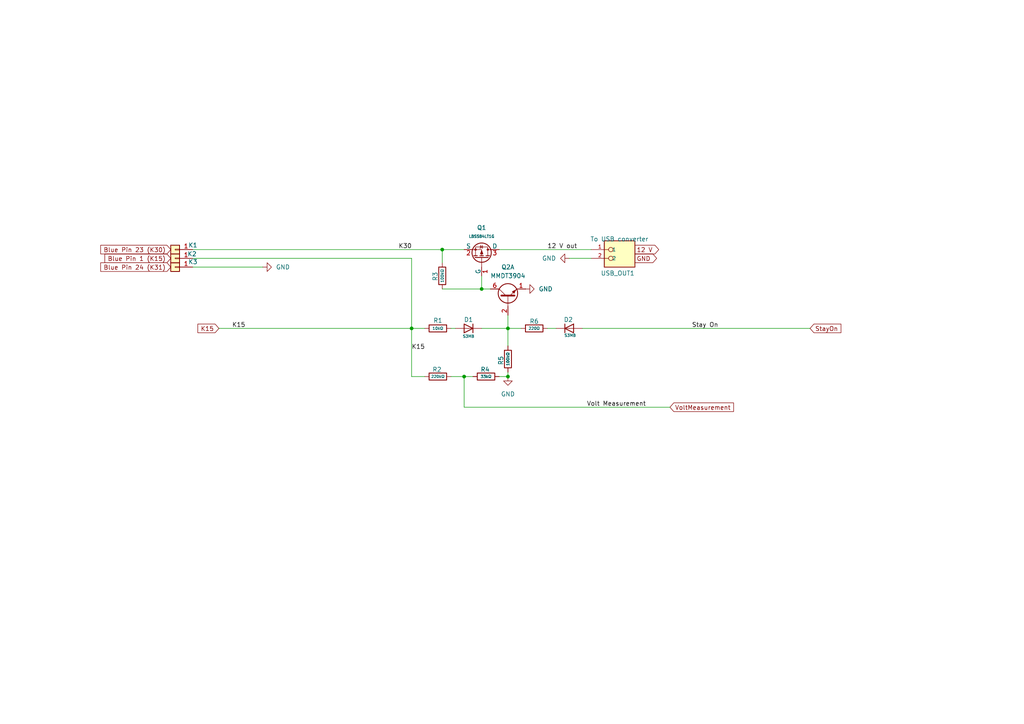
<source format=kicad_sch>
(kicad_sch (version 20250114) (generator "eeschema") (generator_version "9.0")
  (paper "A4")
  (title_block (title "Latch Circuit") (comment 1 "Subsheet Brake Out Borad") (comment 2 "(c) Norbert Schechner"))
  (lib_symbols
    (symbol "Connector_Generic:Conn_01x01" (pin_names (offset 1.016) (hide yes))
      (property "Reference" "J" (at 0 2.54 0))
      (property "Value" "Conn_01x01" (at 0 -2.54 0))
      (symbol "Conn_01x01_1_1"
        (rectangle (start -1.27 1.27) (end 1.27 -1.27) (stroke (width 0.254)) (fill (type background)))
        (rectangle (start -1.27 0.127) (end 0 -0.127) (stroke (width 0.1524)))
        (pin passive line (at -5.08 0 0) (length 3.81) (name "Pin_1") (number "1"))
      )
    )
    (symbol "Custom:ScrewConnector_2x2,54" (pin_names (offset 1.016))
      (property "Reference" "J" (at -2.54 3.302 0))
      (property "Value" "ScrewConnector_2x2,54" (at -3.302 -10.668 0))
      (symbol "ScrewConnector_2x2,54_0_0"
        (rectangle (start -3.81 -5.08) (end 5.08 2.54) (stroke (width 0.254)) (fill (type background)))
        (circle (center -1.905 0) (radius 0.635) (stroke (width 0.1524)))
        (circle (center -1.905 -2.54) (radius 0.635) (stroke (width 0.1524)))
        (pin passive line (at -7.62 0 0) (length 5.08) (name "1") (number "1"))
        (pin passive line (at -7.62 -2.54 0) (length 5.08) (name "2") (number "2"))
      )
    )
    (symbol "PCM_JLCPCB-Diodes:General,S3MB" (pin_numbers (hide yes)) (pin_names (offset 0))
      (property "Reference" "D" (at 2.032 0.834 0))
      (property "Value" "S3MB" (at 2.032 -1.2122 0))
      (symbol "General,S3MB_0_1"
        (polyline (pts (xy -1.27 1.27) (xy 0 -1.27) (xy 1.27 1.27) (xy -1.27 1.27)) (stroke (width 0.254)))
        (polyline (pts (xy -1.27 -1.27) (xy 1.27 -1.27)) (stroke (width 0.254)))
      )
      (symbol "General,S3MB_1_1"
        (pin passive line (at 0 3.81 270) (length 3.81) (name "~") (number "2"))
        (pin passive line (at 0 -3.81 90) (length 3.81) (name "~") (number "1"))
      )
    )
    (symbol "PCM_JLCPCB-Resistors:0603,100kΩ" (pin_numbers (hide yes)) (pin_names (offset 0))
      (property "Reference" "R" (at 1.778 0 0))
      (property "Value" "100kΩ" (at 0 0 90))
      (symbol "0603,100kΩ_0_1"
        (rectangle (start -1.016 2.54) (end 1.016 -2.54) (stroke (width 0.254)))
      )
      (symbol "0603,100kΩ_1_1"
        (pin passive line (at 0 3.81 270) (length 1.27) (name "~") (number "1"))
        (pin passive line (at 0 -3.81 90) (length 1.27) (name "~") (number "2"))
      )
    )
    (symbol "PCM_JLCPCB-Resistors:0603,10kΩ" (pin_numbers (hide yes)) (pin_names (offset 0))
      (property "Reference" "R" (at 1.778 0 0))
      (property "Value" "10kΩ" (at 0 0 90))
      (symbol "0603,10kΩ_0_1"
        (rectangle (start -1.016 2.54) (end 1.016 -2.54) (stroke (width 0.254)))
      )
      (symbol "0603,10kΩ_1_1"
        (pin passive line (at 0 3.81 270) (length 1.27) (name "~") (number "1"))
        (pin passive line (at 0 -3.81 90) (length 1.27) (name "~") (number "2"))
      )
    )
    (symbol "PCM_JLCPCB-Resistors:0603,220kΩ" (pin_numbers (hide yes)) (pin_names (offset 0))
      (property "Reference" "R" (at 1.778 0 0))
      (property "Value" "220kΩ" (at 0 0 90))
      (symbol "0603,220kΩ_0_1"
        (rectangle (start -1.016 2.54) (end 1.016 -2.54) (stroke (width 0.254)))
      )
      (symbol "0603,220kΩ_1_1"
        (pin passive line (at 0 3.81 270) (length 1.27) (name "~") (number "1"))
        (pin passive line (at 0 -3.81 90) (length 1.27) (name "~") (number "2"))
      )
    )
    (symbol "PCM_JLCPCB-Resistors:0603,220Ω" (pin_numbers (hide yes)) (pin_names (offset 0))
      (property "Reference" "R" (at 1.778 0 0))
      (property "Value" "220Ω" (at 0 0 90))
      (symbol "0603,220Ω_0_1"
        (rectangle (start -1.016 2.54) (end 1.016 -2.54) (stroke (width 0.254)))
      )
      (symbol "0603,220Ω_1_1"
        (pin passive line (at 0 3.81 270) (length 1.27) (name "~") (number "1"))
        (pin passive line (at 0 -3.81 90) (length 1.27) (name "~") (number "2"))
      )
    )
    (symbol "PCM_JLCPCB-Resistors:0603,33kΩ" (pin_numbers (hide yes)) (pin_names (offset 0))
      (property "Reference" "R" (at 1.778 0 0))
      (property "Value" "33kΩ" (at 0 0 90))
      (symbol "0603,33kΩ_0_1"
        (rectangle (start -1.016 2.54) (end 1.016 -2.54) (stroke (width 0.254)))
      )
      (symbol "0603,33kΩ_1_1"
        (pin passive line (at 0 3.81 270) (length 1.27) (name "~") (number "1"))
        (pin passive line (at 0 -3.81 90) (length 1.27) (name "~") (number "2"))
      )
    )
    (symbol "PCM_JLCPCB-Transistors:PMOS,LBSS84LT1G" (pin_names (offset 0))
      (property "Reference" "Q" (at 4.8514 0.834 0))
      (property "Value" "LBSS84LT1G" (at 4.8514 -1.2122 0))
      (symbol "PMOS,LBSS84LT1G_0_1"
        (polyline (pts (xy 0.254 1.905) (xy 0.254 -1.905)) (stroke (width 0.254)))
        (polyline (pts (xy 0.254 0) (xy -2.54 0)))
        (polyline (pts (xy 0.762 2.286) (xy 0.762 1.27)) (stroke (width 0.254)))
        (polyline (pts (xy 0.762 1.778) (xy 3.302 1.778) (xy 3.302 -1.778) (xy 0.762 -1.778)))
        (polyline (pts (xy 0.762 0.508) (xy 0.762 -0.508)) (stroke (width 0.254)))
        (polyline (pts (xy 0.762 -1.27) (xy 0.762 -2.286)) (stroke (width 0.254)))
        (circle (center 1.651 0) (radius 2.794) (stroke (width 0.254)))
        (polyline (pts (xy 2.286 0) (xy 1.27 0.381) (xy 1.27 -0.381) (xy 2.286 0)) (fill (type outline)))
        (polyline (pts (xy 2.54 2.54) (xy 2.54 1.778)))
        (circle (center 2.54 1.778) (radius 0.254) (fill (type outline)))
        (circle (center 2.54 -1.778) (radius 0.254) (fill (type outline)))
        (polyline (pts (xy 2.54 -2.54) (xy 2.54 0) (xy 0.762 0)))
        (polyline (pts (xy 2.794 -0.508) (xy 2.921 -0.381) (xy 3.683 -0.381) (xy 3.81 -0.254)))
        (polyline (pts (xy 3.302 -0.381) (xy 2.921 0.254) (xy 3.683 0.254) (xy 3.302 -0.381)))
      )
      (symbol "PMOS,LBSS84LT1G_1_1"
        (pin input line (at -5.08 0 0) (length 2.54) (name "G") (number "1"))
        (pin passive line (at 2.54 5.08 270) (length 2.54) (name "D") (number "3"))
        (pin passive line (at 2.54 -5.08 90) (length 2.54) (name "S") (number "2"))
      )
    )
    (symbol "Transistor_BJT:MMDT3904" (pin_names (offset 0) (hide yes))
      (property "Reference" "Q" (at 5.08 1.27 0))
      (property "Value" "MMDT3904" (at 5.08 -1.27 0))
      (symbol "MMDT3904_0_1"
        (polyline (pts (xy 0.635 1.905) (xy 0.635 -1.905) (xy 0.635 -1.905)) (stroke (width 0.508)))
        (polyline (pts (xy 0.635 0.635) (xy 2.54 2.54)))
        (polyline (pts (xy 0.635 0) (xy -2.54 0)))
        (polyline (pts (xy 0.635 -0.635) (xy 2.54 -2.54) (xy 2.54 -2.54)))
        (circle (center 1.27 0) (radius 2.8194) (stroke (width 0.254)))
        (polyline (pts (xy 1.27 -1.778) (xy 1.778 -1.27) (xy 2.286 -2.286) (xy 1.27 -1.778) (xy 1.27 -1.778)) (fill (type outline)))
      )
      (symbol "MMDT3904_1_1"
        (pin input line (at -5.08 0 0) (length 2.54) (name "B1") (number "2"))
        (pin passive line (at 2.54 5.08 270) (length 2.54) (name "C1") (number "6"))
        (pin passive line (at 2.54 -5.08 90) (length 2.54) (name "E1") (number "1"))
      )
      (symbol "MMDT3904_2_1"
        (pin input line (at -5.08 0 0) (length 2.54) (name "B2") (number "5"))
        (pin passive line (at 2.54 5.08 270) (length 2.54) (name "C2") (number "3"))
        (pin passive line (at 2.54 -5.08 90) (length 2.54) (name "E2") (number "4"))
      )
    )
    (symbol "power:GND" (power) (pin_numbers (hide yes)) (pin_names (offset 0) (hide yes))
      (property "Value" "GND" (at 0 -3.81 0))
      (symbol "GND_0_1"
        (polyline (pts (xy 0 0) (xy 0 -1.27) (xy 1.27 -1.27) (xy 0 -2.54) (xy -1.27 -1.27) (xy 0 -1.27)))
      )
      (symbol "GND_1_1"
        (pin power_in line (at 0 0 270) (length 0) (name "~") (number "1"))
      )
    )
  )
  (junction (at 134.62 109.22))
  (junction (at 147.32 95.25))
  (junction (at 139.7 83.82))
  (junction (at 119.38 95.25))
  (junction (at 147.32 109.22))
  (junction (at 128.27 72.39))
  (wire (pts (xy 130.81 109.22) (xy 134.62 109.22)))
  (wire (pts (xy 139.7 83.82) (xy 142.24 83.82)))
  (wire (pts (xy 147.32 95.25) (xy 147.32 100.33)))
  (wire (pts (xy 55.88 72.39) (xy 128.27 72.39)))
  (wire (pts (xy 130.81 95.25) (xy 132.08 95.25)))
  (wire (pts (xy 119.38 95.25) (xy 119.38 109.22)))
  (wire (pts (xy 119.38 74.93) (xy 119.38 95.25)))
  (wire (pts (xy 168.91 95.25) (xy 234.95 95.25)))
  (wire (pts (xy 119.38 95.25) (xy 63.5 95.25)))
  (wire (pts (xy 158.75 95.25) (xy 161.29 95.25)))
  (wire (pts (xy 144.78 109.22) (xy 147.32 109.22)))
  (wire (pts (xy 144.78 72.39) (xy 171.45 72.39)))
  (wire (pts (xy 134.62 109.22) (xy 134.62 118.11)))
  (wire (pts (xy 55.88 77.47) (xy 76.2 77.47)))
  (wire (pts (xy 119.38 95.25) (xy 123.19 95.25)))
  (wire (pts (xy 128.27 72.39) (xy 128.27 76.2)))
  (wire (pts (xy 134.62 109.22) (xy 137.16 109.22)))
  (wire (pts (xy 128.27 72.39) (xy 134.62 72.39)))
  (wire (pts (xy 147.32 107.95) (xy 147.32 109.22)))
  (wire (pts (xy 165.1 74.93) (xy 171.45 74.93)))
  (wire (pts (xy 55.88 74.93) (xy 119.38 74.93)))
  (wire (pts (xy 147.32 95.25) (xy 151.13 95.25)))
  (wire (pts (xy 139.7 80.01) (xy 139.7 83.82)))
  (wire (pts (xy 147.32 91.44) (xy 147.32 95.25)))
  (wire (pts (xy 128.27 83.82) (xy 139.7 83.82)))
  (wire (pts (xy 139.7 95.25) (xy 147.32 95.25)))
  (wire (pts (xy 134.62 118.11) (xy 194.31 118.11)))
  (wire (pts (xy 119.38 109.22) (xy 123.19 109.22)))
  (label "12 V out" (at 158.75 72.39 0))
  (label "Stay On" (at 200.66 95.25 0))
  (label "K15" (at 67.31 95.25 0))
  (label "K15" (at 119.38 101.6 0))
  (label "Volt Measurement" (at 170.18 118.11 0))
  (label "K30" (at 115.57 72.39 0))
  (global_label "K15" (shape input) (at 63.5 95.25 180) (property "Intersheetrefs" "${INTERSHEET_REFS}" (at 56.8258 95.25 0) (effects (justify right))))
  (global_label "Blue Pin 23 (K30)" (shape input) (at 49.53 72.39 180) (property "Intersheetrefs" "${INTERSHEET_REFS}" (at 28.644 72.39 0) (effects (justify right))))
  (global_label "12 V" (shape output) (at 184.15 72.39 0) (property "Intersheetrefs" "${INTERSHEET_REFS}" (at 191.6104 72.39 0) (effects (justify left))))
  (global_label "Blue Pin 24 (K31)" (shape input) (at 49.53 77.47 180) (property "Intersheetrefs" "${INTERSHEET_REFS}" (at 28.644 77.47 0) (effects (justify right))))
  (global_label "Blue Pin 1 (K15)" (shape input) (at 49.53 74.93 180) (property "Intersheetrefs" "${INTERSHEET_REFS}" (at 29.8535 74.93 0) (effects (justify right))))
  (global_label "GND" (shape output) (at 184.15 74.93 0) (property "Intersheetrefs" "${INTERSHEET_REFS}" (at 191.0057 74.93 0) (effects (justify left))))
  (global_label "StayOn" (shape input) (at 234.95 95.25 0) (property "Intersheetrefs" "${INTERSHEET_REFS}" (at 244.4665 95.25 0) (effects (justify left))))
  (global_label "VoltMeasurement" (shape input) (at 194.31 118.11 0) (property "Intersheetrefs" "${INTERSHEET_REFS}" (at 213.3212 118.11 0) (effects (justify left))))
  (symbol (lib_id "PCM_JLCPCB-Diodes:General,S3MB") (at 135.89 95.25 90) (unit 1)
    (property "Reference" "D1" (at 135.89 92.71 90))
    (property "Value" "S3MB" (at 135.89 97.536 90) (effects (font (size 0.8 0.8))))
    (property "Footprint" "PCM_JLCPCB:D_SMB" (effects (hide yes)))
    (property "Datasheet" "https://wmsc.lcsc.com/wmsc/upload/file/pdf/v2/lcsc/2310131745_hongjiacheng-S3MB_C18199102.pdf" (effects (hide yes)))
    (property "Description" "Independent Type 3A 1V@3A 1kV SMB Diodes - General Purpose ROHS" (effects (hide yes)))
    (property "LCSC" "C18199102" (effects (hide yes)))
    (property "Stock" "9203" (effects (hide yes)))
    (property "Price" "0.023USD" (effects (hide yes)))
    (property "Process" "SMT" (effects (hide yes)))
    (property "Minimum Qty" "5" (effects (hide yes)))
    (property "Attrition Qty" "2" (effects (hide yes)))
    (property "Class" "Preferred Component" (effects (hide yes)))
    (property "Category" "Diodes,Diodes - General Purpose" (effects (hide yes)))
    (property "Manufacturer" "hongjiacheng" (effects (hide yes)))
    (property "Part" "S3MB" (effects (hide yes)))
    (property "Rectified Current" "3A" (effects (hide yes)))
    (property "Forward Voltage (Vf@If)" "1V@3A" (effects (hide yes)))
    (property "Reverse Voltage (Vr)" "1kV" (effects (hide yes)))
    (property "Diode Configuration" "Independent Type" (effects (hide yes)))
    (property "Reverse Leakage Current" "2uA@1000V" (effects (hide yes)))
  )
  (symbol (lib_id "PCM_JLCPCB-Resistors:0603,220kΩ") (at 127 109.22 90) (unit 1)
    (property "Reference" "R2" (at 126.746 107.188 90))
    (property "Value" "220kΩ" (at 127 109.22 90) (effects (font (size 0.8 0.8))))
    (property "Footprint" "PCM_JLCPCB:R_0603" (effects (hide yes)))
    (property "Datasheet" "https://www.lcsc.com/datasheet/lcsc_datasheet_2206010130_UNI-ROYAL-Uniroyal-Elec-0603WAF2203T5E_C22961.pdf" (effects (hide yes)))
    (property "Description" "100mW Thick Film Resistors 75V ±100ppm/°C ±1% 220kΩ 0603 Chip Resistor - Surface Mount ROHS" (effects (hide yes)))
    (property "LCSC" "C22961" (effects (hide yes)))
    (property "Stock" "651498" (effects (hide yes)))
    (property "Price" "0.004USD" (effects (hide yes)))
    (property "Process" "SMT" (effects (hide yes)))
    (property "Minimum Qty" "20" (effects (hide yes)))
    (property "Attrition Qty" "10" (effects (hide yes)))
    (property "Class" "Basic Component" (effects (hide yes)))
    (property "Category" "Resistors,Chip Resistor - Surface Mount" (effects (hide yes)))
    (property "Manufacturer" "UNI-ROYAL(Uniroyal Elec)" (effects (hide yes)))
    (property "Part" "0603WAF2203T5E" (effects (hide yes)))
    (property "Resistance" "220kΩ" (effects (hide yes)))
    (property "Power(Watts)" "100mW" (effects (hide yes)))
    (property "Type" "Thick Film Resistors" (effects (hide yes)))
    (property "Overload Voltage (Max)" "75V" (effects (hide yes)))
    (property "Operating Temperature Range" "-55°C~+155°C" (effects (hide yes)))
    (property "Tolerance" "±1%" (effects (hide yes)))
    (property "Temperature Coefficient" "±100ppm/°C" (effects (hide yes)))
  )
  (symbol (lib_id "Connector_Generic:Conn_01x01") (at 50.8 72.39 180) (unit 1)
    (property "Reference" "K1" (at 54.61 71.12 0) (effects (justify right)))
    (property "Value" "K30" (effects (hide yes)))
    (property "Footprint" "Connector_Wire:SolderWire-0.5sqmm_1x01_D0.9mm_OD2.1mm" (effects (hide yes)))
    (property "Description" "Generic connector, single row, 01x01, script generated (kicad-library-utils/schlib/autogen/connector/)" (effects (hide yes)))
  )
  (symbol (lib_id "Transistor_BJT:MMDT3904") (at 147.32 86.36 90) (unit 1)
    (property "Reference" "Q2" (at 147.32 77.47 90))
    (property "Value" "MMDT3904" (at 147.32 80.01 90))
    (property "Footprint" "Package_TO_SOT_SMD:SOT-363_SC-70-6" (effects (hide yes)))
    (property "Datasheet" "http://www.diodes.com/_files/datasheets/ds30088.pdf" (effects (hide yes)))
    (property "Description" "200mA IC, 40V Vce, Dual NPN/NPN Transistors, SOT-363" (effects (hide yes)))
  )
  (symbol (lib_id "power:GND") (at 147.32 109.22 0) (unit 1)
    (property "Reference" "#PWR6" (effects (hide yes)))
    (property "Value" "GND" (at 147.32 114.3 0))
    (property "Description" "Power symbol creates a global label with name \"GND\" , ground" (effects (hide yes)))
  )
  (symbol (lib_id "PCM_JLCPCB-Transistors:PMOS,LBSS84LT1G") (at 139.7 74.93 270) (mirror x) (unit 1)
    (property "Reference" "Q1" (at 139.7 66.04 90))
    (property "Value" "LBSS84LT1G" (at 139.7 68.58 90) (effects (font (size 0.8 0.8))))
    (property "Footprint" "PCM_JLCPCB:Q_SOT-23" (effects (hide yes)))
    (property "Datasheet" "https://www.lcsc.com/datasheet/lcsc_datasheet_1811031711_LRC-LBSS84LT1G_C8492.pdf" (effects (hide yes)))
    (property "Description" "50V 130mA 225mW 10Ω@5V,100mA 2V@250uA 1 Piece P-Channel SOT-23 MOSFETs ROHS" (effects (hide yes)))
    (property "LCSC" "C8492" (effects (hide yes)))
    (property "Stock" "16457" (effects (hide yes)))
    (property "Price" "0.025USD" (effects (hide yes)))
    (property "Process" "SMT" (effects (hide yes)))
    (property "Minimum Qty" "10" (effects (hide yes)))
    (property "Attrition Qty" "5" (effects (hide yes)))
    (property "Class" "Preferred Component" (effects (hide yes)))
    (property "Category" "Transistors,MOSFETs" (effects (hide yes)))
    (property "Manufacturer" "LRC" (effects (hide yes)))
    (property "Part" "LBSS84LT1G" (effects (hide yes)))
    (property "Continuous Drain Current (Id)" "130mA" (effects (hide yes)))
    (property "Type" "1 Piece P-Channel" (effects (hide yes)))
    (property "Drain Source Voltage (Vdss)" "50V" (effects (hide yes)))
    (property "Power Dissipation (Pd)" "225mW" (effects (hide yes)))
    (property "Gate Threshold Voltage (Vgs(th)@Id)" "2V@250uA" (effects (hide yes)))
    (property "Drain Source On Resistance (RDS(on)@Vgs,Id)" "10Ω@5V,100mA" (effects (hide yes)))
  )
  (symbol (lib_id "PCM_JLCPCB-Diodes:General,S3MB") (at 165.1 95.25 270) (unit 1)
    (property "Reference" "D2" (at 164.846 92.71 90))
    (property "Value" "S3MB" (at 165.354 97.282 90) (effects (font (size 0.8 0.8))))
    (property "Footprint" "PCM_JLCPCB:D_SMB" (effects (hide yes)))
    (property "Datasheet" "https://wmsc.lcsc.com/wmsc/upload/file/pdf/v2/lcsc/2310131745_hongjiacheng-S3MB_C18199102.pdf" (effects (hide yes)))
    (property "Description" "Independent Type 3A 1V@3A 1kV SMB Diodes - General Purpose ROHS" (effects (hide yes)))
    (property "LCSC" "C18199102" (effects (hide yes)))
    (property "Stock" "9203" (effects (hide yes)))
    (property "Price" "0.023USD" (effects (hide yes)))
    (property "Process" "SMT" (effects (hide yes)))
    (property "Minimum Qty" "5" (effects (hide yes)))
    (property "Attrition Qty" "2" (effects (hide yes)))
    (property "Class" "Preferred Component" (effects (hide yes)))
    (property "Category" "Diodes,Diodes - General Purpose" (effects (hide yes)))
    (property "Manufacturer" "hongjiacheng" (effects (hide yes)))
    (property "Part" "S3MB" (effects (hide yes)))
    (property "Rectified Current" "3A" (effects (hide yes)))
    (property "Forward Voltage (Vf@If)" "1V@3A" (effects (hide yes)))
    (property "Reverse Voltage (Vr)" "1kV" (effects (hide yes)))
    (property "Diode Configuration" "Independent Type" (effects (hide yes)))
    (property "Reverse Leakage Current" "2uA@1000V" (effects (hide yes)))
  )
  (symbol (lib_id "Connector_Generic:Conn_01x01") (at 50.8 77.47 180) (unit 1)
    (property "Reference" "K3" (at 54.61 75.946 0) (effects (justify right)))
    (property "Value" "K31" (effects (hide yes)))
    (property "Footprint" "Connector_Wire:SolderWire-0.5sqmm_1x01_D0.9mm_OD2.1mm" (effects (hide yes)))
    (property "Description" "Generic connector, single row, 01x01, script generated (kicad-library-utils/schlib/autogen/connector/)" (effects (hide yes)))
  )
  (symbol (lib_id "PCM_JLCPCB-Resistors:0603,100kΩ") (at 128.27 80.01 180) (unit 1)
    (property "Reference" "R3" (at 126.238 81.534 90) (effects (justify right)))
    (property "Value" "100kΩ" (at 128.27 80.01 90) (effects (font (size 0.8 0.8))))
    (property "Footprint" "PCM_JLCPCB:R_0603" (effects (hide yes)))
    (property "Datasheet" "https://www.lcsc.com/datasheet/lcsc_datasheet_2206010045_UNI-ROYAL-Uniroyal-Elec-0603WAF1003T5E_C25803.pdf" (effects (hide yes)))
    (property "Description" "100mW Thick Film Resistors 75V ±100ppm/°C ±1% 100kΩ 0603 Chip Resistor - Surface Mount ROHS" (effects (hide yes)))
    (property "LCSC" "C25803" (effects (hide yes)))
    (property "Stock" "5414558" (effects (hide yes)))
    (property "Price" "0.004USD" (effects (hide yes)))
    (property "Process" "SMT" (effects (hide yes)))
    (property "Minimum Qty" "20" (effects (hide yes)))
    (property "Attrition Qty" "10" (effects (hide yes)))
    (property "Class" "Basic Component" (effects (hide yes)))
    (property "Category" "Resistors,Chip Resistor - Surface Mount" (effects (hide yes)))
    (property "Manufacturer" "UNI-ROYAL(Uniroyal Elec)" (effects (hide yes)))
    (property "Part" "0603WAF1003T5E" (effects (hide yes)))
    (property "Resistance" "100kΩ" (effects (hide yes)))
    (property "Power(Watts)" "100mW" (effects (hide yes)))
    (property "Type" "Thick Film Resistors" (effects (hide yes)))
    (property "Overload Voltage (Max)" "75V" (effects (hide yes)))
    (property "Operating Temperature Range" "-55°C~+155°C" (effects (hide yes)))
    (property "Tolerance" "±1%" (effects (hide yes)))
    (property "Temperature Coefficient" "±100ppm/°C" (effects (hide yes)))
  )
  (symbol (lib_id "power:GND") (at 152.4 83.82 90) (unit 1)
    (property "Reference" "#PWR7" (effects (hide yes)))
    (property "Value" "GND" (at 156.21 83.8199 90) (effects (justify right)))
    (property "Description" "Power symbol creates a global label with name \"GND\" , ground" (effects (hide yes)))
  )
  (symbol (lib_id "Custom:ScrewConnector_2x2,54") (at 179.07 72.39 0) (unit 1)
    (property "Reference" "USB_OUT1" (at 174.244 79.248 0) (effects (justify left)))
    (property "Value" "To USB converter" (at 171.196 69.342 0) (effects (justify left)))
    (property "Footprint" "Custom:PHOENIX_1729128_2x2,54" (effects (hide yes)))
    (property "Description" "Generic screw terminal, single row, 01x02, script generated (kicad-library-utils/schlib/autogen/connector/)" (effects (hide yes)))
    (property "MANUFACTURER" "Phoenix Contact" (effects (hide yes)))
  )
  (symbol (lib_id "PCM_JLCPCB-Resistors:0603,100kΩ") (at 147.32 104.14 180) (unit 1)
    (property "Reference" "R5" (at 145.288 105.918 90) (effects (justify right)))
    (property "Value" "100kΩ" (at 147.32 104.14 90) (effects (font (size 0.8 0.8))))
    (property "Footprint" "PCM_JLCPCB:R_0603" (effects (hide yes)))
    (property "Datasheet" "https://www.lcsc.com/datasheet/lcsc_datasheet_2206010045_UNI-ROYAL-Uniroyal-Elec-0603WAF1003T5E_C25803.pdf" (effects (hide yes)))
    (property "Description" "100mW Thick Film Resistors 75V ±100ppm/°C ±1% 100kΩ 0603 Chip Resistor - Surface Mount ROHS" (effects (hide yes)))
    (property "LCSC" "C25803" (effects (hide yes)))
    (property "Stock" "5414558" (effects (hide yes)))
    (property "Price" "0.004USD" (effects (hide yes)))
    (property "Process" "SMT" (effects (hide yes)))
    (property "Minimum Qty" "20" (effects (hide yes)))
    (property "Attrition Qty" "10" (effects (hide yes)))
    (property "Class" "Basic Component" (effects (hide yes)))
    (property "Category" "Resistors,Chip Resistor - Surface Mount" (effects (hide yes)))
    (property "Manufacturer" "UNI-ROYAL(Uniroyal Elec)" (effects (hide yes)))
    (property "Part" "0603WAF1003T5E" (effects (hide yes)))
    (property "Resistance" "100kΩ" (effects (hide yes)))
    (property "Power(Watts)" "100mW" (effects (hide yes)))
    (property "Type" "Thick Film Resistors" (effects (hide yes)))
    (property "Overload Voltage (Max)" "75V" (effects (hide yes)))
    (property "Operating Temperature Range" "-55°C~+155°C" (effects (hide yes)))
    (property "Tolerance" "±1%" (effects (hide yes)))
    (property "Temperature Coefficient" "±100ppm/°C" (effects (hide yes)))
  )
  (symbol (lib_id "PCM_JLCPCB-Resistors:0603,220Ω") (at 154.94 95.25 90) (unit 1)
    (property "Reference" "R6" (at 154.94 93.218 90))
    (property "Value" "220Ω" (at 154.94 95.25 90) (effects (font (size 0.8 0.8))))
    (property "Footprint" "PCM_JLCPCB:R_0603" (effects (hide yes)))
    (property "Datasheet" "https://www.lcsc.com/datasheet/lcsc_datasheet_2206010130_UNI-ROYAL-Uniroyal-Elec-0603WAF2200T5E_C22962.pdf" (effects (hide yes)))
    (property "Description" "100mW Thick Film Resistors 75V ±100ppm/°C ±1% 220Ω 0603 Chip Resistor - Surface Mount ROHS" (effects (hide yes)))
    (property "LCSC" "C22962" (effects (hide yes)))
    (property "Stock" "2111143" (effects (hide yes)))
    (property "Price" "0.004USD" (effects (hide yes)))
    (property "Process" "SMT" (effects (hide yes)))
    (property "Minimum Qty" "20" (effects (hide yes)))
    (property "Attrition Qty" "10" (effects (hide yes)))
    (property "Class" "Basic Component" (effects (hide yes)))
    (property "Category" "Resistors,Chip Resistor - Surface Mount" (effects (hide yes)))
    (property "Manufacturer" "UNI-ROYAL(Uniroyal Elec)" (effects (hide yes)))
    (property "Part" "0603WAF2200T5E" (effects (hide yes)))
    (property "Resistance" "220Ω" (effects (hide yes)))
    (property "Power(Watts)" "100mW" (effects (hide yes)))
    (property "Type" "Thick Film Resistors" (effects (hide yes)))
    (property "Overload Voltage (Max)" "75V" (effects (hide yes)))
    (property "Operating Temperature Range" "-55°C~+155°C" (effects (hide yes)))
    (property "Tolerance" "±1%" (effects (hide yes)))
    (property "Temperature Coefficient" "±100ppm/°C" (effects (hide yes)))
  )
  (symbol (lib_id "power:GND") (at 76.2 77.47 90) (unit 1)
    (property "Reference" "#PWR5" (effects (hide yes)))
    (property "Value" "GND" (at 80.01 77.4699 90) (effects (justify right)))
    (property "Description" "Power symbol creates a global label with name \"GND\" , ground" (effects (hide yes)))
  )
  (symbol (lib_id "PCM_JLCPCB-Resistors:0603,33kΩ") (at 140.97 109.22 90) (unit 1)
    (property "Reference" "R4" (at 140.716 107.188 90))
    (property "Value" "33kΩ" (at 140.97 109.22 90) (effects (font (size 0.8 0.8))))
    (property "Footprint" "PCM_JLCPCB:R_0603" (effects (hide yes)))
    (property "Datasheet" "https://www.lcsc.com/datasheet/lcsc_datasheet_2206010230_UNI-ROYAL-Uniroyal-Elec-0603WAF3302T5E_C4216.pdf" (effects (hide yes)))
    (property "Description" "100mW Thick Film Resistors 75V ±100ppm/°C ±1% 33kΩ 0603 Chip Resistor - Surface Mount ROHS" (effects (hide yes)))
    (property "LCSC" "C4216" (effects (hide yes)))
    (property "Stock" "643566" (effects (hide yes)))
    (property "Price" "0.004USD" (effects (hide yes)))
    (property "Process" "SMT" (effects (hide yes)))
    (property "Minimum Qty" "20" (effects (hide yes)))
    (property "Attrition Qty" "10" (effects (hide yes)))
    (property "Class" "Basic Component" (effects (hide yes)))
    (property "Category" "Resistors,Chip Resistor - Surface Mount" (effects (hide yes)))
    (property "Manufacturer" "UNI-ROYAL(Uniroyal Elec)" (effects (hide yes)))
    (property "Part" "0603WAF3302T5E" (effects (hide yes)))
    (property "Resistance" "33kΩ" (effects (hide yes)))
    (property "Power(Watts)" "100mW" (effects (hide yes)))
    (property "Type" "Thick Film Resistors" (effects (hide yes)))
    (property "Overload Voltage (Max)" "75V" (effects (hide yes)))
    (property "Operating Temperature Range" "-55°C~+155°C" (effects (hide yes)))
    (property "Tolerance" "±1%" (effects (hide yes)))
    (property "Temperature Coefficient" "±100ppm/°C" (effects (hide yes)))
  )
  (symbol (lib_id "power:GND") (at 165.1 74.93 270) (unit 1)
    (property "Reference" "#PWR8" (effects (hide yes)))
    (property "Value" "GND" (at 161.29 74.9299 90) (effects (justify right)))
    (property "Description" "Power symbol creates a global label with name \"GND\" , ground" (effects (hide yes)))
  )
  (symbol (lib_id "Connector_Generic:Conn_01x01") (at 50.8 74.93 180) (unit 1)
    (property "Reference" "K2" (at 54.356 73.66 0) (effects (justify right)))
    (property "Value" "K15" (effects (hide yes)))
    (property "Footprint" "Connector_Wire:SolderWire-0.5sqmm_1x01_D0.9mm_OD2.1mm" (effects (hide yes)))
    (property "Description" "Generic connector, single row, 01x01, script generated (kicad-library-utils/schlib/autogen/connector/)" (effects (hide yes)))
  )
  (symbol (lib_id "PCM_JLCPCB-Resistors:0603,10kΩ") (at 127 95.25 90) (unit 1)
    (property "Reference" "R1" (at 127 92.964 90))
    (property "Value" "10kΩ" (at 127 95.25 90) (effects (font (size 0.8 0.8))))
    (property "Footprint" "PCM_JLCPCB:R_0603" (effects (hide yes)))
    (property "Datasheet" "https://www.lcsc.com/datasheet/lcsc_datasheet_2206010045_UNI-ROYAL-Uniroyal-Elec-0603WAF1002T5E_C25804.pdf" (effects (hide yes)))
    (property "Description" "100mW Thick Film Resistors 75V ±100ppm/°C ±1% 10kΩ 0603 Chip Resistor - Surface Mount ROHS" (effects (hide yes)))
    (property "LCSC" "C25804" (effects (hide yes)))
    (property "Stock" "32886312" (effects (hide yes)))
    (property "Price" "0.004USD" (effects (hide yes)))
    (property "Process" "SMT" (effects (hide yes)))
    (property "Minimum Qty" "20" (effects (hide yes)))
    (property "Attrition Qty" "10" (effects (hide yes)))
    (property "Class" "Basic Component" (effects (hide yes)))
    (property "Category" "Resistors,Chip Resistor - Surface Mount" (effects (hide yes)))
    (property "Manufacturer" "UNI-ROYAL(Uniroyal Elec)" (effects (hide yes)))
    (property "Part" "0603WAF1002T5E" (effects (hide yes)))
    (property "Resistance" "10kΩ" (effects (hide yes)))
    (property "Power(Watts)" "100mW" (effects (hide yes)))
    (property "Type" "Thick Film Resistors" (effects (hide yes)))
    (property "Overload Voltage (Max)" "75V" (effects (hide yes)))
    (property "Operating Temperature Range" "-55°C~+155°C" (effects (hide yes)))
    (property "Tolerance" "±1%" (effects (hide yes)))
    (property "Temperature Coefficient" "±100ppm/°C" (effects (hide yes)))
  )
)
</source>
